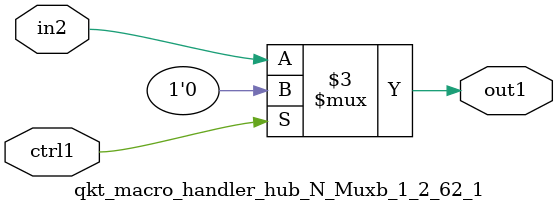
<source format=v>

`timescale 1ps / 1ps


module qkt_macro_handler_hub_N_Muxb_1_2_62_1( in2, ctrl1, out1 );

    input in2;
    input ctrl1;
    output out1;
    reg out1;

    
    // rtl_process:qkt_macro_handler_hub_N_Muxb_1_2_62_1/qkt_macro_handler_hub_N_Muxb_1_2_62_1_thread_1
    always @*
      begin : qkt_macro_handler_hub_N_Muxb_1_2_62_1_thread_1
        case (ctrl1) 
          1'b1: 
            begin
              out1 = 1'b0;
            end
          default: 
            begin
              out1 = in2;
            end
        endcase
      end

endmodule


</source>
